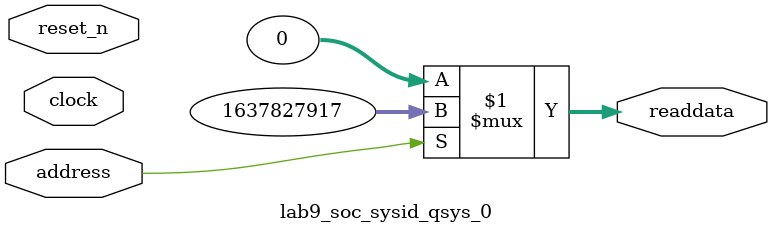
<source format=v>



// synthesis translate_off
`timescale 1ns / 1ps
// synthesis translate_on

// turn off superfluous verilog processor warnings 
// altera message_level Level1 
// altera message_off 10034 10035 10036 10037 10230 10240 10030 

module lab9_soc_sysid_qsys_0 (
               // inputs:
                address,
                clock,
                reset_n,

               // outputs:
                readdata
             )
;

  output  [ 31: 0] readdata;
  input            address;
  input            clock;
  input            reset_n;

  wire    [ 31: 0] readdata;
  //control_slave, which is an e_avalon_slave
  assign readdata = address ? 1637827917 : 0;

endmodule



</source>
